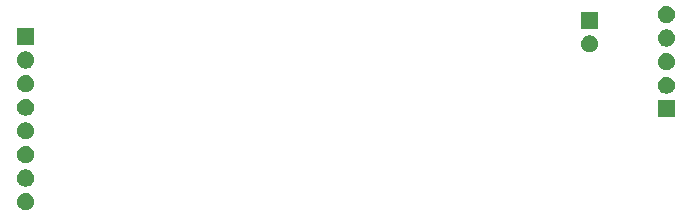
<source format=gbr>
G04 #@! TF.GenerationSoftware,KiCad,Pcbnew,5.1.5+dfsg1-2build2*
G04 #@! TF.CreationDate,2020-09-26T20:23:03-04:00*
G04 #@! TF.ProjectId,ece477,65636534-3737-42e6-9b69-6361645f7063,rev?*
G04 #@! TF.SameCoordinates,Original*
G04 #@! TF.FileFunction,Soldermask,Bot*
G04 #@! TF.FilePolarity,Negative*
%FSLAX46Y46*%
G04 Gerber Fmt 4.6, Leading zero omitted, Abs format (unit mm)*
G04 Created by KiCad (PCBNEW 5.1.5+dfsg1-2build2) date 2020-09-26 20:23:03*
%MOMM*%
%LPD*%
G04 APERTURE LIST*
%ADD10C,0.100000*%
G04 APERTURE END LIST*
D10*
G36*
X91461766Y-122661899D02*
G01*
X91593888Y-122716626D01*
X91593890Y-122716627D01*
X91712798Y-122796079D01*
X91813921Y-122897202D01*
X91813922Y-122897204D01*
X91893374Y-123016112D01*
X91948101Y-123148234D01*
X91976000Y-123288494D01*
X91976000Y-123431506D01*
X91948101Y-123571766D01*
X91893374Y-123703888D01*
X91893373Y-123703890D01*
X91813921Y-123822798D01*
X91712798Y-123923921D01*
X91593890Y-124003373D01*
X91593889Y-124003374D01*
X91593888Y-124003374D01*
X91461766Y-124058101D01*
X91321506Y-124086000D01*
X91178494Y-124086000D01*
X91038234Y-124058101D01*
X90906112Y-124003374D01*
X90906111Y-124003374D01*
X90906110Y-124003373D01*
X90787202Y-123923921D01*
X90686079Y-123822798D01*
X90606627Y-123703890D01*
X90606626Y-123703888D01*
X90551899Y-123571766D01*
X90524000Y-123431506D01*
X90524000Y-123288494D01*
X90551899Y-123148234D01*
X90606626Y-123016112D01*
X90686078Y-122897204D01*
X90686079Y-122897202D01*
X90787202Y-122796079D01*
X90906110Y-122716627D01*
X90906112Y-122716626D01*
X91038234Y-122661899D01*
X91178494Y-122634000D01*
X91321506Y-122634000D01*
X91461766Y-122661899D01*
G37*
G36*
X91461766Y-120661899D02*
G01*
X91593888Y-120716626D01*
X91593890Y-120716627D01*
X91712798Y-120796079D01*
X91813921Y-120897202D01*
X91813922Y-120897204D01*
X91893374Y-121016112D01*
X91948101Y-121148234D01*
X91976000Y-121288494D01*
X91976000Y-121431506D01*
X91948101Y-121571766D01*
X91893374Y-121703888D01*
X91893373Y-121703890D01*
X91813921Y-121822798D01*
X91712798Y-121923921D01*
X91593890Y-122003373D01*
X91593889Y-122003374D01*
X91593888Y-122003374D01*
X91461766Y-122058101D01*
X91321506Y-122086000D01*
X91178494Y-122086000D01*
X91038234Y-122058101D01*
X90906112Y-122003374D01*
X90906111Y-122003374D01*
X90906110Y-122003373D01*
X90787202Y-121923921D01*
X90686079Y-121822798D01*
X90606627Y-121703890D01*
X90606626Y-121703888D01*
X90551899Y-121571766D01*
X90524000Y-121431506D01*
X90524000Y-121288494D01*
X90551899Y-121148234D01*
X90606626Y-121016112D01*
X90686078Y-120897204D01*
X90686079Y-120897202D01*
X90787202Y-120796079D01*
X90906110Y-120716627D01*
X90906112Y-120716626D01*
X91038234Y-120661899D01*
X91178494Y-120634000D01*
X91321506Y-120634000D01*
X91461766Y-120661899D01*
G37*
G36*
X91461766Y-118661899D02*
G01*
X91593888Y-118716626D01*
X91593890Y-118716627D01*
X91712798Y-118796079D01*
X91813921Y-118897202D01*
X91813922Y-118897204D01*
X91893374Y-119016112D01*
X91948101Y-119148234D01*
X91976000Y-119288494D01*
X91976000Y-119431506D01*
X91948101Y-119571766D01*
X91893374Y-119703888D01*
X91893373Y-119703890D01*
X91813921Y-119822798D01*
X91712798Y-119923921D01*
X91593890Y-120003373D01*
X91593889Y-120003374D01*
X91593888Y-120003374D01*
X91461766Y-120058101D01*
X91321506Y-120086000D01*
X91178494Y-120086000D01*
X91038234Y-120058101D01*
X90906112Y-120003374D01*
X90906111Y-120003374D01*
X90906110Y-120003373D01*
X90787202Y-119923921D01*
X90686079Y-119822798D01*
X90606627Y-119703890D01*
X90606626Y-119703888D01*
X90551899Y-119571766D01*
X90524000Y-119431506D01*
X90524000Y-119288494D01*
X90551899Y-119148234D01*
X90606626Y-119016112D01*
X90686078Y-118897204D01*
X90686079Y-118897202D01*
X90787202Y-118796079D01*
X90906110Y-118716627D01*
X90906112Y-118716626D01*
X91038234Y-118661899D01*
X91178494Y-118634000D01*
X91321506Y-118634000D01*
X91461766Y-118661899D01*
G37*
G36*
X91461766Y-116661899D02*
G01*
X91593888Y-116716626D01*
X91593890Y-116716627D01*
X91712798Y-116796079D01*
X91813921Y-116897202D01*
X91813922Y-116897204D01*
X91893374Y-117016112D01*
X91948101Y-117148234D01*
X91976000Y-117288494D01*
X91976000Y-117431506D01*
X91948101Y-117571766D01*
X91893374Y-117703888D01*
X91893373Y-117703890D01*
X91813921Y-117822798D01*
X91712798Y-117923921D01*
X91593890Y-118003373D01*
X91593889Y-118003374D01*
X91593888Y-118003374D01*
X91461766Y-118058101D01*
X91321506Y-118086000D01*
X91178494Y-118086000D01*
X91038234Y-118058101D01*
X90906112Y-118003374D01*
X90906111Y-118003374D01*
X90906110Y-118003373D01*
X90787202Y-117923921D01*
X90686079Y-117822798D01*
X90606627Y-117703890D01*
X90606626Y-117703888D01*
X90551899Y-117571766D01*
X90524000Y-117431506D01*
X90524000Y-117288494D01*
X90551899Y-117148234D01*
X90606626Y-117016112D01*
X90686078Y-116897204D01*
X90686079Y-116897202D01*
X90787202Y-116796079D01*
X90906110Y-116716627D01*
X90906112Y-116716626D01*
X91038234Y-116661899D01*
X91178494Y-116634000D01*
X91321506Y-116634000D01*
X91461766Y-116661899D01*
G37*
G36*
X146226000Y-116226000D02*
G01*
X144774000Y-116226000D01*
X144774000Y-114774000D01*
X146226000Y-114774000D01*
X146226000Y-116226000D01*
G37*
G36*
X91461766Y-114661899D02*
G01*
X91593888Y-114716626D01*
X91593890Y-114716627D01*
X91712798Y-114796079D01*
X91813921Y-114897202D01*
X91813922Y-114897204D01*
X91893374Y-115016112D01*
X91948101Y-115148234D01*
X91976000Y-115288494D01*
X91976000Y-115431506D01*
X91948101Y-115571766D01*
X91893374Y-115703888D01*
X91893373Y-115703890D01*
X91813921Y-115822798D01*
X91712798Y-115923921D01*
X91593890Y-116003373D01*
X91593889Y-116003374D01*
X91593888Y-116003374D01*
X91461766Y-116058101D01*
X91321506Y-116086000D01*
X91178494Y-116086000D01*
X91038234Y-116058101D01*
X90906112Y-116003374D01*
X90906111Y-116003374D01*
X90906110Y-116003373D01*
X90787202Y-115923921D01*
X90686079Y-115822798D01*
X90606627Y-115703890D01*
X90606626Y-115703888D01*
X90551899Y-115571766D01*
X90524000Y-115431506D01*
X90524000Y-115288494D01*
X90551899Y-115148234D01*
X90606626Y-115016112D01*
X90686078Y-114897204D01*
X90686079Y-114897202D01*
X90787202Y-114796079D01*
X90906110Y-114716627D01*
X90906112Y-114716626D01*
X91038234Y-114661899D01*
X91178494Y-114634000D01*
X91321506Y-114634000D01*
X91461766Y-114661899D01*
G37*
G36*
X145711766Y-112801899D02*
G01*
X145843888Y-112856626D01*
X145843890Y-112856627D01*
X145962798Y-112936079D01*
X146063921Y-113037202D01*
X146063922Y-113037204D01*
X146143374Y-113156112D01*
X146198101Y-113288234D01*
X146226000Y-113428494D01*
X146226000Y-113571506D01*
X146198101Y-113711766D01*
X146152110Y-113822798D01*
X146143373Y-113843890D01*
X146063921Y-113962798D01*
X145962798Y-114063921D01*
X145843890Y-114143373D01*
X145843889Y-114143374D01*
X145843888Y-114143374D01*
X145711766Y-114198101D01*
X145571506Y-114226000D01*
X145428494Y-114226000D01*
X145288234Y-114198101D01*
X145156112Y-114143374D01*
X145156111Y-114143374D01*
X145156110Y-114143373D01*
X145037202Y-114063921D01*
X144936079Y-113962798D01*
X144856627Y-113843890D01*
X144847890Y-113822798D01*
X144801899Y-113711766D01*
X144774000Y-113571506D01*
X144774000Y-113428494D01*
X144801899Y-113288234D01*
X144856626Y-113156112D01*
X144936078Y-113037204D01*
X144936079Y-113037202D01*
X145037202Y-112936079D01*
X145156110Y-112856627D01*
X145156112Y-112856626D01*
X145288234Y-112801899D01*
X145428494Y-112774000D01*
X145571506Y-112774000D01*
X145711766Y-112801899D01*
G37*
G36*
X91461766Y-112661899D02*
G01*
X91593888Y-112716626D01*
X91593890Y-112716627D01*
X91712798Y-112796079D01*
X91813921Y-112897202D01*
X91813922Y-112897204D01*
X91893374Y-113016112D01*
X91948101Y-113148234D01*
X91976000Y-113288494D01*
X91976000Y-113431506D01*
X91948101Y-113571766D01*
X91893374Y-113703888D01*
X91893373Y-113703890D01*
X91813921Y-113822798D01*
X91712798Y-113923921D01*
X91593890Y-114003373D01*
X91593889Y-114003374D01*
X91593888Y-114003374D01*
X91461766Y-114058101D01*
X91321506Y-114086000D01*
X91178494Y-114086000D01*
X91038234Y-114058101D01*
X90906112Y-114003374D01*
X90906111Y-114003374D01*
X90906110Y-114003373D01*
X90787202Y-113923921D01*
X90686079Y-113822798D01*
X90606627Y-113703890D01*
X90606626Y-113703888D01*
X90551899Y-113571766D01*
X90524000Y-113431506D01*
X90524000Y-113288494D01*
X90551899Y-113148234D01*
X90606626Y-113016112D01*
X90686078Y-112897204D01*
X90686079Y-112897202D01*
X90787202Y-112796079D01*
X90906110Y-112716627D01*
X90906112Y-112716626D01*
X91038234Y-112661899D01*
X91178494Y-112634000D01*
X91321506Y-112634000D01*
X91461766Y-112661899D01*
G37*
G36*
X145711766Y-110801899D02*
G01*
X145843888Y-110856626D01*
X145843890Y-110856627D01*
X145962798Y-110936079D01*
X146063921Y-111037202D01*
X146063922Y-111037204D01*
X146143374Y-111156112D01*
X146198101Y-111288234D01*
X146226000Y-111428494D01*
X146226000Y-111571506D01*
X146198101Y-111711766D01*
X146152110Y-111822798D01*
X146143373Y-111843890D01*
X146063921Y-111962798D01*
X145962798Y-112063921D01*
X145843890Y-112143373D01*
X145843889Y-112143374D01*
X145843888Y-112143374D01*
X145711766Y-112198101D01*
X145571506Y-112226000D01*
X145428494Y-112226000D01*
X145288234Y-112198101D01*
X145156112Y-112143374D01*
X145156111Y-112143374D01*
X145156110Y-112143373D01*
X145037202Y-112063921D01*
X144936079Y-111962798D01*
X144856627Y-111843890D01*
X144847890Y-111822798D01*
X144801899Y-111711766D01*
X144774000Y-111571506D01*
X144774000Y-111428494D01*
X144801899Y-111288234D01*
X144856626Y-111156112D01*
X144936078Y-111037204D01*
X144936079Y-111037202D01*
X145037202Y-110936079D01*
X145156110Y-110856627D01*
X145156112Y-110856626D01*
X145288234Y-110801899D01*
X145428494Y-110774000D01*
X145571506Y-110774000D01*
X145711766Y-110801899D01*
G37*
G36*
X91461766Y-110661899D02*
G01*
X91593888Y-110716626D01*
X91593890Y-110716627D01*
X91712798Y-110796079D01*
X91813921Y-110897202D01*
X91813922Y-110897204D01*
X91893374Y-111016112D01*
X91948101Y-111148234D01*
X91976000Y-111288494D01*
X91976000Y-111431506D01*
X91948101Y-111571766D01*
X91893374Y-111703888D01*
X91893373Y-111703890D01*
X91813921Y-111822798D01*
X91712798Y-111923921D01*
X91593890Y-112003373D01*
X91593889Y-112003374D01*
X91593888Y-112003374D01*
X91461766Y-112058101D01*
X91321506Y-112086000D01*
X91178494Y-112086000D01*
X91038234Y-112058101D01*
X90906112Y-112003374D01*
X90906111Y-112003374D01*
X90906110Y-112003373D01*
X90787202Y-111923921D01*
X90686079Y-111822798D01*
X90606627Y-111703890D01*
X90606626Y-111703888D01*
X90551899Y-111571766D01*
X90524000Y-111431506D01*
X90524000Y-111288494D01*
X90551899Y-111148234D01*
X90606626Y-111016112D01*
X90686078Y-110897204D01*
X90686079Y-110897202D01*
X90787202Y-110796079D01*
X90906110Y-110716627D01*
X90906112Y-110716626D01*
X91038234Y-110661899D01*
X91178494Y-110634000D01*
X91321506Y-110634000D01*
X91461766Y-110661899D01*
G37*
G36*
X139211766Y-109301899D02*
G01*
X139343888Y-109356626D01*
X139343890Y-109356627D01*
X139462798Y-109436079D01*
X139563921Y-109537202D01*
X139586842Y-109571506D01*
X139643374Y-109656112D01*
X139698101Y-109788234D01*
X139726000Y-109928494D01*
X139726000Y-110071506D01*
X139698101Y-110211766D01*
X139643374Y-110343888D01*
X139643373Y-110343890D01*
X139563921Y-110462798D01*
X139462798Y-110563921D01*
X139343890Y-110643373D01*
X139343889Y-110643374D01*
X139343888Y-110643374D01*
X139211766Y-110698101D01*
X139071506Y-110726000D01*
X138928494Y-110726000D01*
X138788234Y-110698101D01*
X138656112Y-110643374D01*
X138656111Y-110643374D01*
X138656110Y-110643373D01*
X138537202Y-110563921D01*
X138436079Y-110462798D01*
X138356627Y-110343890D01*
X138356626Y-110343888D01*
X138301899Y-110211766D01*
X138274000Y-110071506D01*
X138274000Y-109928494D01*
X138301899Y-109788234D01*
X138356626Y-109656112D01*
X138413158Y-109571506D01*
X138436079Y-109537202D01*
X138537202Y-109436079D01*
X138656110Y-109356627D01*
X138656112Y-109356626D01*
X138788234Y-109301899D01*
X138928494Y-109274000D01*
X139071506Y-109274000D01*
X139211766Y-109301899D01*
G37*
G36*
X145711766Y-108801899D02*
G01*
X145843888Y-108856626D01*
X145843890Y-108856627D01*
X145962798Y-108936079D01*
X146063921Y-109037202D01*
X146063922Y-109037204D01*
X146143374Y-109156112D01*
X146198101Y-109288234D01*
X146226000Y-109428494D01*
X146226000Y-109571506D01*
X146198101Y-109711766D01*
X146143374Y-109843888D01*
X146143373Y-109843890D01*
X146063921Y-109962798D01*
X145962798Y-110063921D01*
X145843890Y-110143373D01*
X145843889Y-110143374D01*
X145843888Y-110143374D01*
X145711766Y-110198101D01*
X145571506Y-110226000D01*
X145428494Y-110226000D01*
X145288234Y-110198101D01*
X145156112Y-110143374D01*
X145156111Y-110143374D01*
X145156110Y-110143373D01*
X145037202Y-110063921D01*
X144936079Y-109962798D01*
X144856627Y-109843890D01*
X144856626Y-109843888D01*
X144801899Y-109711766D01*
X144774000Y-109571506D01*
X144774000Y-109428494D01*
X144801899Y-109288234D01*
X144856626Y-109156112D01*
X144936078Y-109037204D01*
X144936079Y-109037202D01*
X145037202Y-108936079D01*
X145156110Y-108856627D01*
X145156112Y-108856626D01*
X145288234Y-108801899D01*
X145428494Y-108774000D01*
X145571506Y-108774000D01*
X145711766Y-108801899D01*
G37*
G36*
X91976000Y-110086000D02*
G01*
X90524000Y-110086000D01*
X90524000Y-108634000D01*
X91976000Y-108634000D01*
X91976000Y-110086000D01*
G37*
G36*
X139726000Y-108726000D02*
G01*
X138274000Y-108726000D01*
X138274000Y-107274000D01*
X139726000Y-107274000D01*
X139726000Y-108726000D01*
G37*
G36*
X145711766Y-106801899D02*
G01*
X145843888Y-106856626D01*
X145843890Y-106856627D01*
X145962798Y-106936079D01*
X146063921Y-107037202D01*
X146063922Y-107037204D01*
X146143374Y-107156112D01*
X146198101Y-107288234D01*
X146226000Y-107428494D01*
X146226000Y-107571506D01*
X146198101Y-107711766D01*
X146143374Y-107843888D01*
X146143373Y-107843890D01*
X146063921Y-107962798D01*
X145962798Y-108063921D01*
X145843890Y-108143373D01*
X145843889Y-108143374D01*
X145843888Y-108143374D01*
X145711766Y-108198101D01*
X145571506Y-108226000D01*
X145428494Y-108226000D01*
X145288234Y-108198101D01*
X145156112Y-108143374D01*
X145156111Y-108143374D01*
X145156110Y-108143373D01*
X145037202Y-108063921D01*
X144936079Y-107962798D01*
X144856627Y-107843890D01*
X144856626Y-107843888D01*
X144801899Y-107711766D01*
X144774000Y-107571506D01*
X144774000Y-107428494D01*
X144801899Y-107288234D01*
X144856626Y-107156112D01*
X144936078Y-107037204D01*
X144936079Y-107037202D01*
X145037202Y-106936079D01*
X145156110Y-106856627D01*
X145156112Y-106856626D01*
X145288234Y-106801899D01*
X145428494Y-106774000D01*
X145571506Y-106774000D01*
X145711766Y-106801899D01*
G37*
M02*

</source>
